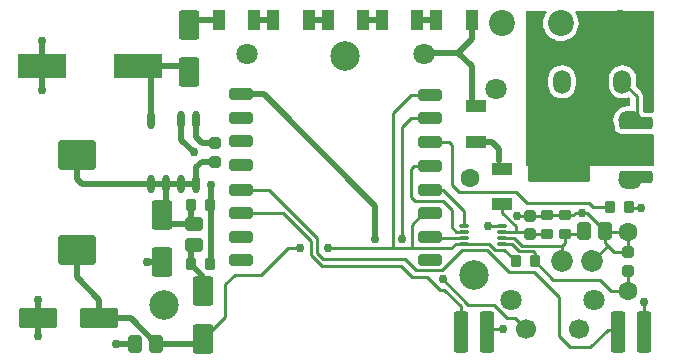
<source format=gtl>
%FSLAX44Y44*%
%MOMM*%
G71*
G01*
G75*
G04 Layer_Physical_Order=1*
G04 Layer_Color=191*
G04:AMPARAMS|DCode=10|XSize=1.45mm|YSize=1.15mm|CornerRadius=0.2013mm|HoleSize=0mm|Usage=FLASHONLY|Rotation=90.000|XOffset=0mm|YOffset=0mm|HoleType=Round|Shape=RoundedRectangle|*
%AMROUNDEDRECTD10*
21,1,1.4500,0.7475,0,0,90.0*
21,1,1.0475,1.1500,0,0,90.0*
1,1,0.4025,0.3738,0.5238*
1,1,0.4025,0.3738,-0.5238*
1,1,0.4025,-0.3738,-0.5238*
1,1,0.4025,-0.3738,0.5238*
%
%ADD10ROUNDEDRECTD10*%
G04:AMPARAMS|DCode=11|XSize=1mm|YSize=0.95mm|CornerRadius=0.1995mm|HoleSize=0mm|Usage=FLASHONLY|Rotation=180.000|XOffset=0mm|YOffset=0mm|HoleType=Round|Shape=RoundedRectangle|*
%AMROUNDEDRECTD11*
21,1,1.0000,0.5510,0,0,180.0*
21,1,0.6010,0.9500,0,0,180.0*
1,1,0.3990,-0.3005,0.2755*
1,1,0.3990,0.3005,0.2755*
1,1,0.3990,0.3005,-0.2755*
1,1,0.3990,-0.3005,-0.2755*
%
%ADD11ROUNDEDRECTD11*%
G04:AMPARAMS|DCode=12|XSize=2mm|YSize=1mm|CornerRadius=0.25mm|HoleSize=0mm|Usage=FLASHONLY|Rotation=180.000|XOffset=0mm|YOffset=0mm|HoleType=Round|Shape=RoundedRectangle|*
%AMROUNDEDRECTD12*
21,1,2.0000,0.5000,0,0,180.0*
21,1,1.5000,1.0000,0,0,180.0*
1,1,0.5000,-0.7500,0.2500*
1,1,0.5000,0.7500,0.2500*
1,1,0.5000,0.7500,-0.2500*
1,1,0.5000,-0.7500,-0.2500*
%
%ADD12ROUNDEDRECTD12*%
G04:AMPARAMS|DCode=13|XSize=1mm|YSize=0.9mm|CornerRadius=0.198mm|HoleSize=0mm|Usage=FLASHONLY|Rotation=0.000|XOffset=0mm|YOffset=0mm|HoleType=Round|Shape=RoundedRectangle|*
%AMROUNDEDRECTD13*
21,1,1.0000,0.5040,0,0,0.0*
21,1,0.6040,0.9000,0,0,0.0*
1,1,0.3960,0.3020,-0.2520*
1,1,0.3960,-0.3020,-0.2520*
1,1,0.3960,-0.3020,0.2520*
1,1,0.3960,0.3020,0.2520*
%
%ADD13ROUNDEDRECTD13*%
G04:AMPARAMS|DCode=14|XSize=1.75mm|YSize=1.05mm|CornerRadius=0.1995mm|HoleSize=0mm|Usage=FLASHONLY|Rotation=180.000|XOffset=0mm|YOffset=0mm|HoleType=Round|Shape=RoundedRectangle|*
%AMROUNDEDRECTD14*
21,1,1.7500,0.6510,0,0,180.0*
21,1,1.3510,1.0500,0,0,180.0*
1,1,0.3990,-0.6755,0.3255*
1,1,0.3990,0.6755,0.3255*
1,1,0.3990,0.6755,-0.3255*
1,1,0.3990,-0.6755,-0.3255*
%
%ADD14ROUNDEDRECTD14*%
G04:AMPARAMS|DCode=15|XSize=3.3mm|YSize=1.65mm|CornerRadius=0.198mm|HoleSize=0mm|Usage=FLASHONLY|Rotation=180.000|XOffset=0mm|YOffset=0mm|HoleType=Round|Shape=RoundedRectangle|*
%AMROUNDEDRECTD15*
21,1,3.3000,1.2540,0,0,180.0*
21,1,2.9040,1.6500,0,0,180.0*
1,1,0.3960,-1.4520,0.6270*
1,1,0.3960,1.4520,0.6270*
1,1,0.3960,1.4520,-0.6270*
1,1,0.3960,-1.4520,-0.6270*
%
%ADD15ROUNDEDRECTD15*%
G04:AMPARAMS|DCode=16|XSize=4.1mm|YSize=2.1mm|CornerRadius=0.1995mm|HoleSize=0mm|Usage=FLASHONLY|Rotation=180.000|XOffset=0mm|YOffset=0mm|HoleType=Round|Shape=RoundedRectangle|*
%AMROUNDEDRECTD16*
21,1,4.1000,1.7010,0,0,180.0*
21,1,3.7010,2.1000,0,0,180.0*
1,1,0.3990,-1.8505,0.8505*
1,1,0.3990,1.8505,0.8505*
1,1,0.3990,1.8505,-0.8505*
1,1,0.3990,-1.8505,-0.8505*
%
%ADD16ROUNDEDRECTD16*%
G04:AMPARAMS|DCode=17|XSize=3.2mm|YSize=2.5mm|CornerRadius=0.2mm|HoleSize=0mm|Usage=FLASHONLY|Rotation=0.000|XOffset=0mm|YOffset=0mm|HoleType=Round|Shape=RoundedRectangle|*
%AMROUNDEDRECTD17*
21,1,3.2000,2.1000,0,0,0.0*
21,1,2.8000,2.5000,0,0,0.0*
1,1,0.4000,1.4000,-1.0500*
1,1,0.4000,-1.4000,-1.0500*
1,1,0.4000,-1.4000,1.0500*
1,1,0.4000,1.4000,1.0500*
%
%ADD17ROUNDEDRECTD17*%
G04:AMPARAMS|DCode=18|XSize=1.45mm|YSize=1.15mm|CornerRadius=0.2013mm|HoleSize=0mm|Usage=FLASHONLY|Rotation=180.000|XOffset=0mm|YOffset=0mm|HoleType=Round|Shape=RoundedRectangle|*
%AMROUNDEDRECTD18*
21,1,1.4500,0.7475,0,0,180.0*
21,1,1.0475,1.1500,0,0,180.0*
1,1,0.4025,-0.5238,0.3738*
1,1,0.4025,0.5238,0.3738*
1,1,0.4025,0.5238,-0.3738*
1,1,0.4025,-0.5238,-0.3738*
%
%ADD18ROUNDEDRECTD18*%
G04:AMPARAMS|DCode=19|XSize=2.5mm|YSize=1.7mm|CornerRadius=0.204mm|HoleSize=0mm|Usage=FLASHONLY|Rotation=270.000|XOffset=0mm|YOffset=0mm|HoleType=Round|Shape=RoundedRectangle|*
%AMROUNDEDRECTD19*
21,1,2.5000,1.2920,0,0,270.0*
21,1,2.0920,1.7000,0,0,270.0*
1,1,0.4080,-0.6460,-1.0460*
1,1,0.4080,-0.6460,1.0460*
1,1,0.4080,0.6460,1.0460*
1,1,0.4080,0.6460,-1.0460*
%
%ADD19ROUNDEDRECTD19*%
G04:AMPARAMS|DCode=20|XSize=3.5mm|YSize=1.2mm|CornerRadius=0.198mm|HoleSize=0mm|Usage=FLASHONLY|Rotation=90.000|XOffset=0mm|YOffset=0mm|HoleType=Round|Shape=RoundedRectangle|*
%AMROUNDEDRECTD20*
21,1,3.5000,0.8040,0,0,90.0*
21,1,3.1040,1.2000,0,0,90.0*
1,1,0.3960,0.4020,1.5520*
1,1,0.3960,0.4020,-1.5520*
1,1,0.3960,-0.4020,-1.5520*
1,1,0.3960,-0.4020,1.5520*
%
%ADD20ROUNDEDRECTD20*%
G04:AMPARAMS|DCode=21|XSize=2.85mm|YSize=1mm|CornerRadius=0.2mm|HoleSize=0mm|Usage=FLASHONLY|Rotation=180.000|XOffset=0mm|YOffset=0mm|HoleType=Round|Shape=RoundedRectangle|*
%AMROUNDEDRECTD21*
21,1,2.8500,0.6000,0,0,180.0*
21,1,2.4500,1.0000,0,0,180.0*
1,1,0.4000,-1.2250,0.3000*
1,1,0.4000,1.2250,0.3000*
1,1,0.4000,1.2250,-0.3000*
1,1,0.4000,-1.2250,-0.3000*
%
%ADD21ROUNDEDRECTD21*%
G04:AMPARAMS|DCode=22|XSize=5.2mm|YSize=5.5mm|CornerRadius=0.182mm|HoleSize=0mm|Usage=FLASHONLY|Rotation=180.000|XOffset=0mm|YOffset=0mm|HoleType=Round|Shape=RoundedRectangle|*
%AMROUNDEDRECTD22*
21,1,5.2000,5.1360,0,0,180.0*
21,1,4.8360,5.5000,0,0,180.0*
1,1,0.3640,-2.4180,2.5680*
1,1,0.3640,2.4180,2.5680*
1,1,0.3640,2.4180,-2.5680*
1,1,0.3640,-2.4180,-2.5680*
%
%ADD22ROUNDEDRECTD22*%
G04:AMPARAMS|DCode=23|XSize=1mm|YSize=0.9mm|CornerRadius=0.198mm|HoleSize=0mm|Usage=FLASHONLY|Rotation=270.000|XOffset=0mm|YOffset=0mm|HoleType=Round|Shape=RoundedRectangle|*
%AMROUNDEDRECTD23*
21,1,1.0000,0.5040,0,0,270.0*
21,1,0.6040,0.9000,0,0,270.0*
1,1,0.3960,-0.2520,-0.3020*
1,1,0.3960,-0.2520,0.3020*
1,1,0.3960,0.2520,0.3020*
1,1,0.3960,0.2520,-0.3020*
%
%ADD23ROUNDEDRECTD23*%
G04:AMPARAMS|DCode=24|XSize=1.75mm|YSize=1.05mm|CornerRadius=0.1995mm|HoleSize=0mm|Usage=FLASHONLY|Rotation=90.000|XOffset=0mm|YOffset=0mm|HoleType=Round|Shape=RoundedRectangle|*
%AMROUNDEDRECTD24*
21,1,1.7500,0.6510,0,0,90.0*
21,1,1.3510,1.0500,0,0,90.0*
1,1,0.3990,0.3255,0.6755*
1,1,0.3990,0.3255,-0.6755*
1,1,0.3990,-0.3255,-0.6755*
1,1,0.3990,-0.3255,0.6755*
%
%ADD24ROUNDEDRECTD24*%
%ADD25O,0.6000X1.5500*%
G04:AMPARAMS|DCode=26|XSize=0.9mm|YSize=0.3mm|CornerRadius=0.1005mm|HoleSize=0mm|Usage=FLASHONLY|Rotation=180.000|XOffset=0mm|YOffset=0mm|HoleType=Round|Shape=RoundedRectangle|*
%AMROUNDEDRECTD26*
21,1,0.9000,0.0990,0,0,180.0*
21,1,0.6990,0.3000,0,0,180.0*
1,1,0.2010,-0.3495,0.0495*
1,1,0.2010,0.3495,0.0495*
1,1,0.2010,0.3495,-0.0495*
1,1,0.2010,-0.3495,-0.0495*
%
%ADD26ROUNDEDRECTD26*%
%ADD27C,0.2500*%
%ADD28C,0.5000*%
%ADD29C,1.7000*%
%ADD30C,1.8000*%
%ADD31C,1.8500*%
%ADD32O,2.0000X1.5000*%
%ADD33C,1.6000*%
%ADD34C,2.2000*%
%ADD35O,1.5000X2.0000*%
%ADD36C,2.5000*%
%ADD37C,0.7500*%
G36*
X544627Y209272D02*
X543357Y208248D01*
X542000Y208517D01*
X536494D01*
X535353Y210005D01*
Y222500D01*
X534945Y224548D01*
X533785Y226285D01*
X529421Y230648D01*
X529599Y231999D01*
Y236999D01*
X529204Y240002D01*
X528045Y242799D01*
X526202Y245201D01*
X523800Y247045D01*
X521002Y248204D01*
X518000Y248599D01*
X514998Y248204D01*
X512200Y247045D01*
X509798Y245201D01*
X507955Y242799D01*
X506796Y240002D01*
X506401Y236999D01*
Y231999D01*
X506796Y228997D01*
X507955Y226200D01*
X509798Y223798D01*
X512200Y221954D01*
X514998Y220795D01*
X518000Y220400D01*
X521002Y220795D01*
X523217Y221713D01*
X524647Y220282D01*
Y213598D01*
X522000D01*
X518998Y213203D01*
X516200Y212045D01*
X513798Y210201D01*
X511955Y207799D01*
X510796Y205001D01*
X510401Y201999D01*
X510796Y198997D01*
X511382Y197581D01*
Y196400D01*
X511848Y194059D01*
X513174Y192074D01*
X515159Y190748D01*
X517500Y190282D01*
X542000D01*
X543357Y190552D01*
X544627Y189528D01*
Y163500D01*
X436250D01*
Y294627D01*
X453626D01*
X454169Y293479D01*
X453468Y292624D01*
X452075Y290018D01*
X451217Y287190D01*
X450927Y284250D01*
X451217Y281310D01*
X452075Y278482D01*
X453468Y275876D01*
X455342Y273592D01*
X457626Y271718D01*
X460232Y270325D01*
X463060Y269467D01*
X466000Y269177D01*
X468941Y269467D01*
X471768Y270325D01*
X474374Y271718D01*
X476658Y273592D01*
X478532Y275876D01*
X479925Y278482D01*
X480783Y281310D01*
X481073Y284250D01*
X480783Y287190D01*
X479925Y290018D01*
X478532Y292624D01*
X477831Y293479D01*
X478374Y294627D01*
X544627D01*
Y209272D01*
D02*
G37*
%LPC*%
G36*
X467000Y248599D02*
X463998Y248204D01*
X461200Y247045D01*
X458798Y245201D01*
X456955Y242799D01*
X455796Y240002D01*
X455401Y236999D01*
Y231999D01*
X455796Y228997D01*
X456955Y226200D01*
X458798Y223798D01*
X461200Y221954D01*
X463998Y220795D01*
X467000Y220400D01*
X470002Y220795D01*
X472800Y221954D01*
X475202Y223798D01*
X477045Y226200D01*
X478204Y228997D01*
X478599Y231999D01*
Y236999D01*
X478204Y240002D01*
X477045Y242799D01*
X475202Y245201D01*
X472800Y247045D01*
X470002Y248204D01*
X467000Y248599D01*
D02*
G37*
%LPD*%
D10*
X485500Y108500D02*
D03*
X503500D02*
D03*
X123250Y12750D02*
D03*
X105250D02*
D03*
D11*
X522500Y74500D02*
D03*
Y90500D02*
D03*
X439500Y121250D02*
D03*
Y105250D02*
D03*
X173000Y182750D02*
D03*
Y166749D02*
D03*
D12*
X354750Y203550D02*
D03*
Y183650D02*
D03*
Y163550D02*
D03*
Y143150D02*
D03*
Y123450D02*
D03*
Y103450D02*
D03*
Y83750D02*
D03*
X194750Y83450D02*
D03*
Y103250D02*
D03*
Y123450D02*
D03*
Y143250D02*
D03*
Y163850D02*
D03*
Y184050D02*
D03*
Y203650D02*
D03*
Y224050D02*
D03*
X354750Y223650D02*
D03*
D13*
X454500Y105500D02*
D03*
Y121500D02*
D03*
X469500Y105500D02*
D03*
Y121500D02*
D03*
D14*
X416500Y131000D02*
D03*
Y161000D02*
D03*
X394250Y183750D02*
D03*
Y213750D02*
D03*
D15*
X75000Y34499D02*
D03*
X23000D02*
D03*
D16*
X27000Y248249D02*
D03*
X108000D02*
D03*
D17*
X56000Y172748D02*
D03*
Y91748D02*
D03*
D18*
X155500Y95999D02*
D03*
Y114000D02*
D03*
D19*
X163000Y57000D02*
D03*
Y16999D02*
D03*
X128000Y121997D02*
D03*
Y81997D02*
D03*
X151000Y242500D02*
D03*
Y282500D02*
D03*
D20*
X536500Y23000D02*
D03*
X514000D02*
D03*
X381000D02*
D03*
X403500D02*
D03*
D21*
X529750Y153600D02*
D03*
Y199400D02*
D03*
D22*
X464750Y176500D02*
D03*
D23*
X523750Y128500D02*
D03*
X507750D02*
D03*
X168500Y130000D02*
D03*
X152500D02*
D03*
X168500Y79999D02*
D03*
X152500D02*
D03*
X427750Y82500D02*
D03*
X443750D02*
D03*
D24*
X206500Y286749D02*
D03*
X176500D02*
D03*
X222500D02*
D03*
X252500D02*
D03*
X298500D02*
D03*
X268500D02*
D03*
X344500D02*
D03*
X314500D02*
D03*
X390500D02*
D03*
X360500D02*
D03*
D25*
X157050Y201999D02*
D03*
X144350D02*
D03*
X118954D02*
D03*
Y147999D02*
D03*
X131650D02*
D03*
X144350D02*
D03*
X157050D02*
D03*
D26*
X384000Y97500D02*
D03*
Y102500D02*
D03*
Y107500D02*
D03*
Y112500D02*
D03*
X416000D02*
D03*
Y107500D02*
D03*
Y102500D02*
D03*
Y97500D02*
D03*
D27*
X464000Y32000D02*
Y52500D01*
Y19500D02*
Y32000D01*
Y19500D02*
X473750Y9750D01*
X491000D01*
X505750Y24500D01*
X499250Y67000D02*
X508750Y57500D01*
X459250Y67000D02*
X499250D01*
X443750Y82500D02*
X459250Y67000D01*
X508750Y57500D02*
X522500D01*
X505750Y24500D02*
X514000D01*
X427000Y34250D02*
X436250Y25000D01*
X420500Y34250D02*
X427000D01*
X409000Y45750D02*
X420500Y34250D01*
X387500Y45750D02*
X409000D01*
X268500Y93750D02*
X323500D01*
Y208500D01*
X264750Y84500D02*
X333750D01*
X263750Y78750D02*
X330750D01*
X259500Y89750D02*
X264750Y84500D01*
X254250Y88250D02*
X263750Y78750D01*
X355400Y142500D02*
X366250D01*
X338650Y223650D02*
X354750D01*
Y103450D02*
X355700Y102500D01*
X354750Y143150D02*
X355400Y142500D01*
X341300Y163550D02*
X354750D01*
X338750Y161000D02*
X341300Y163550D01*
X338750Y137250D02*
Y161000D01*
Y137250D02*
X342750Y133250D01*
X366500D01*
X373500Y126250D01*
Y111500D02*
Y126250D01*
X355700Y102500D02*
X384000D01*
X377500Y107500D02*
X384000D01*
X373500Y111500D02*
X377500Y107500D01*
X384000Y112500D02*
Y124750D01*
X366250Y142500D02*
X384000Y124750D01*
X354750Y183650D02*
X371100D01*
X374000Y180750D01*
Y147250D02*
Y180750D01*
X522500Y90500D02*
Y107500D01*
Y57500D02*
Y74500D01*
X469500Y98250D02*
Y105500D01*
X482500D01*
X485500Y108500D01*
X439750Y105500D02*
X454500D01*
X437750Y107500D02*
X439750Y105500D01*
X439500Y121250D02*
X454250D01*
X454500Y121500D01*
X469500D01*
X503500Y97750D02*
Y108500D01*
Y97750D02*
X510750Y90500D01*
X522500D01*
X467050Y95800D02*
X469500Y98250D01*
X467050Y82500D02*
Y95800D01*
X416000Y102500D02*
X426000D01*
X432700Y95800D01*
X467050D01*
X416000Y97500D02*
X424636D01*
X430836Y91300D01*
X442200D01*
X443750Y89750D01*
Y82500D02*
Y89750D01*
X418000Y92250D02*
X427750Y82500D01*
X373250Y93750D02*
X377000Y97500D01*
X384000D01*
X410250Y92250D02*
X418000D01*
X405000Y97500D02*
X410250Y92250D01*
X384000Y97500D02*
X405000D01*
X403500Y92000D02*
X422000Y73500D01*
X382500Y92000D02*
X403500D01*
X343500Y74750D02*
X365250D01*
X382500Y92000D01*
X422000Y73500D02*
X443000D01*
X212000Y71000D02*
X234750Y93750D01*
X163000Y16999D02*
X181750Y35749D01*
X416000Y107500D02*
X427750D01*
X437750D01*
X427750D02*
Y112250D01*
X404500Y112500D02*
X416000D01*
X428750Y121250D02*
X439500D01*
X492450Y82500D02*
X505500Y95550D01*
X503500Y108500D02*
X504500Y107500D01*
X522500D01*
X536500Y23000D02*
Y48000D01*
X403500Y16250D02*
Y25000D01*
X416750D01*
X234750Y93750D02*
X245250D01*
X333750Y84500D02*
X343500Y74750D01*
X259500Y89750D02*
Y102250D01*
X230800Y123450D02*
X254250Y100000D01*
Y88250D02*
Y100000D01*
X218500Y143250D02*
X259500Y102250D01*
X194750Y143250D02*
X218500D01*
X194750Y123450D02*
X230800D01*
X181750Y35749D02*
Y63000D01*
X189750Y71000D01*
X212000D01*
X330750Y78750D02*
X340000Y69500D01*
X381000Y24500D02*
Y44500D01*
X366125Y67125D02*
X387500Y45750D01*
X367250Y58250D02*
X381000Y44500D01*
X363500Y58250D02*
X367250D01*
X352250Y69500D02*
X363500Y58250D01*
X340000Y69500D02*
X352250D01*
X323500Y208500D02*
X338650Y223650D01*
X349450Y123450D02*
X354750D01*
X339500Y113500D02*
X349450Y123450D01*
X339500Y93750D02*
Y113500D01*
X323500Y93750D02*
X339500D01*
X373250D01*
X331750Y101500D02*
Y196500D01*
X338800Y203550D01*
X354750D01*
X443000Y73500D02*
X464000Y52500D01*
X488250Y123750D02*
X503500Y108500D01*
X469500Y121500D02*
X476500D01*
X478750Y123750D01*
X488250D01*
X518000Y234499D02*
X530000Y222500D01*
Y199399D02*
Y222500D01*
X523750Y127750D02*
X534000D01*
X489500Y132250D02*
X493250Y128500D01*
X507750D01*
X374000Y147250D02*
X379750Y141500D01*
X427750D01*
X437000Y132250D01*
X489500D01*
X416500Y123500D02*
X427750Y112250D01*
X416500Y123500D02*
Y131000D01*
D28*
X308750Y101500D02*
Y129500D01*
X214200Y224050D02*
X308750Y129500D01*
X194750Y224050D02*
X214200D01*
X56000Y152250D02*
Y172748D01*
Y152250D02*
X60251Y147999D01*
X118954D01*
X390500Y270500D02*
Y286749D01*
X379250Y259250D02*
X390500Y270500D01*
X350750Y259250D02*
X379250D01*
X163000Y57000D02*
Y69500D01*
X152500Y79999D02*
X163000Y69500D01*
X152500Y79999D02*
Y92999D01*
X155500Y95999D01*
X344500Y286749D02*
X360500D01*
X298500D02*
X314500D01*
X252500D02*
X268500D01*
X206500D02*
X222500D01*
X155249D02*
X176500D01*
X114250Y248249D02*
X145251D01*
X108000D02*
X114250D01*
X145251D02*
X151000Y242500D01*
X118954Y201999D02*
Y243546D01*
X114250Y248249D02*
X118954Y243546D01*
X144350Y185650D02*
X155000Y175000D01*
X144350Y185650D02*
Y201999D01*
X170000Y131500D02*
Y147500D01*
X168500Y130000D02*
X170000Y128499D01*
X168500Y79999D02*
X170000Y81500D01*
Y128499D01*
X162250Y182750D02*
X173000D01*
X157050Y187950D02*
X162250Y182750D01*
X157050Y187950D02*
Y201999D01*
Y147999D02*
Y162050D01*
X161749Y166749D01*
X173000D01*
X128000Y121997D02*
X131650Y125647D01*
Y147999D01*
X144350D02*
X157050D01*
X131650D02*
X144350D01*
X118954D02*
X131650D01*
X56000Y69000D02*
Y91748D01*
Y69000D02*
X75000Y50000D01*
Y34499D02*
Y50000D01*
X158750Y12750D02*
X163000Y16999D01*
X123250Y12750D02*
X158750D01*
X123250D02*
Y12935D01*
X101686Y34499D02*
X123250Y12935D01*
X75000Y34499D02*
X101686D01*
X390500Y217500D02*
Y247999D01*
X379250Y259250D02*
X390500Y247999D01*
X135998Y114000D02*
X155500D01*
X128000Y121997D02*
X135998Y114000D01*
X152500Y117000D02*
Y130000D01*
Y117000D02*
X155500Y114000D01*
X89250Y12750D02*
X105250D01*
X23000Y34499D02*
Y49500D01*
X115253Y81997D02*
X128000D01*
X27000Y248249D02*
Y268750D01*
X23000Y19499D02*
Y34499D01*
X27000Y227749D02*
Y248249D01*
X390500Y217500D02*
X394250Y213750D01*
Y183750D02*
X407250D01*
X413750Y177250D01*
Y167500D02*
Y177250D01*
D29*
X436250Y25000D02*
D03*
X481250D02*
D03*
D30*
X423750Y50000D02*
D03*
X493750D02*
D03*
X200250Y258000D02*
D03*
X350250D02*
D03*
X411000Y228250D02*
D03*
D31*
X492450Y82500D02*
D03*
X467050D02*
D03*
D32*
X524500Y150999D02*
D03*
Y176499D02*
D03*
Y201999D02*
D03*
D33*
X389000Y153250D02*
D03*
X522500Y57500D02*
D03*
Y107500D02*
D03*
D34*
X416000Y284250D02*
D03*
X466000D02*
D03*
X516000D02*
D03*
D35*
X467000Y234499D02*
D03*
X492500D02*
D03*
X518000D02*
D03*
D36*
X129500Y45500D02*
D03*
X392500Y70750D02*
D03*
X283250Y256000D02*
D03*
D37*
X308750Y101500D02*
D03*
X155000Y175000D02*
D03*
X170000Y147500D02*
D03*
X404500Y112500D02*
D03*
X428750Y121250D02*
D03*
X536500Y48000D02*
D03*
X416750Y25000D02*
D03*
X268500Y93750D02*
D03*
X245250D02*
D03*
X89250Y12750D02*
D03*
X23000Y49500D02*
D03*
X115253Y81997D02*
D03*
X27000Y268750D02*
D03*
X366125Y67125D02*
D03*
X331750Y101500D02*
D03*
X23000Y19499D02*
D03*
X27000Y227749D02*
D03*
X483500Y123750D02*
D03*
X534000Y127750D02*
D03*
M02*

</source>
